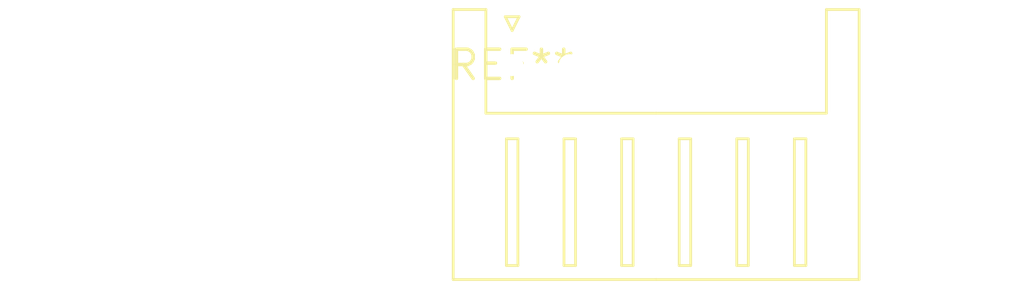
<source format=kicad_pcb>
(kicad_pcb (version 20240108) (generator pcbnew)
  (layers (0 "F.Cu" signal) (31 "B.Cu" signal) (34 "B.Paste" user) (35 "F.Paste" user) (36 "B.SilkS" user "B.Silkscreen") (37 "F.SilkS" user "F.Silkscreen") (38 "B.Mask" user) (39 "F.Mask" user) (44 "Edge.Cuts" user))
  (net 0 "")
  (footprint "JST_XH_S6B-XH-A_1x06_P2.50mm_Horizontal" (layer "F.Cu") (at 0 0)
    (property "Reference" "REF**")
    (property "Value" "JST_XH_S6B-XH-A_1x06_P2.50mm_Horizontal")
    (fp_line (start -2.56 -2.41) (end -1.14 -2.41) (layer "F.SilkS") (stroke (width 0.12)))
    (fp_line (start -2.56 9.31) (end -2.56 -2.41) (layer "F.SilkS") (stroke (width 0.12)))
    (fp_line (start -1.14 -2.41) (end -1.14 2.09) (layer "F.SilkS") (stroke (width 0.12)))
    (fp_line (start -1.14 2.09) (end 6.25 2.09) (layer "F.SilkS") (stroke (width 0.12)))
    (fp_line (start -0.3 -2.1) (end 0.3 -2.1) (layer "F.SilkS") (stroke (width 0.12)))
    (fp_line (start -0.25 3.2) (end -0.25 8.7) (layer "F.SilkS") (stroke (width 0.12)))
    (fp_line (start -0.25 8.7) (end 0.25 8.7) (layer "F.SilkS") (stroke (width 0.12)))
    (fp_line (start 0 -1.5) (end -0.3 -2.1) (layer "F.SilkS") (stroke (width 0.12)))
    (fp_line (start 0.25 3.2) (end -0.25 3.2) (layer "F.SilkS") (stroke (width 0.12)))
    (fp_line (start 0.25 8.7) (end 0.25 3.2) (layer "F.SilkS") (stroke (width 0.12)))
    (fp_line (start 0.3 -2.1) (end 0 -1.5) (layer "F.SilkS") (stroke (width 0.12)))
    (fp_line (start 2.25 3.2) (end 2.25 8.7) (layer "F.SilkS") (stroke (width 0.12)))
    (fp_line (start 2.25 8.7) (end 2.75 8.7) (layer "F.SilkS") (stroke (width 0.12)))
    (fp_line (start 2.75 3.2) (end 2.25 3.2) (layer "F.SilkS") (stroke (width 0.12)))
    (fp_line (start 2.75 8.7) (end 2.75 3.2) (layer "F.SilkS") (stroke (width 0.12)))
    (fp_line (start 4.75 3.2) (end 4.75 8.7) (layer "F.SilkS") (stroke (width 0.12)))
    (fp_line (start 4.75 8.7) (end 5.25 8.7) (layer "F.SilkS") (stroke (width 0.12)))
    (fp_line (start 5.25 3.2) (end 4.75 3.2) (layer "F.SilkS") (stroke (width 0.12)))
    (fp_line (start 5.25 8.7) (end 5.25 3.2) (layer "F.SilkS") (stroke (width 0.12)))
    (fp_line (start 6.25 9.31) (end -2.56 9.31) (layer "F.SilkS") (stroke (width 0.12)))
    (fp_line (start 6.25 9.31) (end 15.06 9.31) (layer "F.SilkS") (stroke (width 0.12)))
    (fp_line (start 7.25 3.2) (end 7.25 8.7) (layer "F.SilkS") (stroke (width 0.12)))
    (fp_line (start 7.25 8.7) (end 7.75 8.7) (layer "F.SilkS") (stroke (width 0.12)))
    (fp_line (start 7.75 3.2) (end 7.25 3.2) (layer "F.SilkS") (stroke (width 0.12)))
    (fp_line (start 7.75 8.7) (end 7.75 3.2) (layer "F.SilkS") (stroke (width 0.12)))
    (fp_line (start 9.75 3.2) (end 9.75 8.7) (layer "F.SilkS") (stroke (width 0.12)))
    (fp_line (start 9.75 8.7) (end 10.25 8.7) (layer "F.SilkS") (stroke (width 0.12)))
    (fp_line (start 10.25 3.2) (end 9.75 3.2) (layer "F.SilkS") (stroke (width 0.12)))
    (fp_line (start 10.25 8.7) (end 10.25 3.2) (layer "F.SilkS") (stroke (width 0.12)))
    (fp_line (start 12.25 3.2) (end 12.25 8.7) (layer "F.SilkS") (stroke (width 0.12)))
    (fp_line (start 12.25 8.7) (end 12.75 8.7) (layer "F.SilkS") (stroke (width 0.12)))
    (fp_line (start 12.75 3.2) (end 12.25 3.2) (layer "F.SilkS") (stroke (width 0.12)))
    (fp_line (start 12.75 8.7) (end 12.75 3.2) (layer "F.SilkS") (stroke (width 0.12)))
    (fp_line (start 13.64 -2.41) (end 13.64 2.09) (layer "F.SilkS") (stroke (width 0.12)))
    (fp_line (start 13.64 2.09) (end 6.25 2.09) (layer "F.SilkS") (stroke (width 0.12)))
    (fp_line (start 15.06 -2.41) (end 13.64 -2.41) (layer "F.SilkS") (stroke (width 0.12)))
    (fp_line (start 15.06 9.31) (end 15.06 -2.41) (layer "F.SilkS") (stroke (width 0.12)))
    (pad "1" thru_hole roundrect (at 0 0) (size 1.7 1.95) (drill 0.95) (layers *.Cu *.Mask) (remove_unused_layers) (roundrect_rratio 0.147059))
    (pad "2" thru_hole oval (at 2.5 0) (size 1.7 1.95) (drill 0.95) (layers *.Cu *.Mask) (remove_unused_layers))
    (pad "3" thru_hole oval (at 5 0) (size 1.7 1.95) (drill 0.95) (layers *.Cu *.Mask) (remove_unused_layers))
    (pad "4" thru_hole oval (at 7.5 0) (size 1.7 1.95) (drill 0.95) (layers *.Cu *.Mask) (remove_unused_layers))
    (pad "5" thru_hole oval (at 10 0) (size 1.7 1.95) (drill 0.95) (layers *.Cu *.Mask) (remove_unused_layers))
    (pad "6" thru_hole oval (at 12.5 0) (size 1.7 1.95) (drill 0.95) (layers *.Cu *.Mask) (remove_unused_layers))
  )
)
</source>
